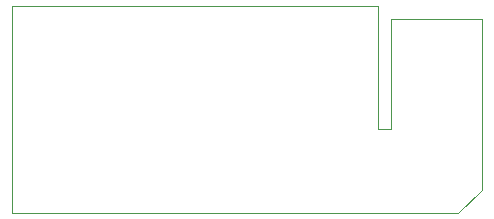
<source format=gbr>
G04 #@! TF.GenerationSoftware,KiCad,Pcbnew,(5.1.10-1-10_14)*
G04 #@! TF.CreationDate,2021-10-23T02:31:54-04:00*
G04 #@! TF.ProjectId,8DIN2VGA,3844494e-3256-4474-912e-6b696361645f,1*
G04 #@! TF.SameCoordinates,Original*
G04 #@! TF.FileFunction,Profile,NP*
%FSLAX46Y46*%
G04 Gerber Fmt 4.6, Leading zero omitted, Abs format (unit mm)*
G04 Created by KiCad (PCBNEW (5.1.10-1-10_14)) date 2021-10-23 02:31:54*
%MOMM*%
%LPD*%
G01*
G04 APERTURE LIST*
G04 #@! TA.AperFunction,Profile*
%ADD10C,0.100000*%
G04 #@! TD*
G04 APERTURE END LIST*
D10*
X158830000Y-112420000D02*
X156830000Y-114420000D01*
X158830000Y-98000000D02*
X158830000Y-112420000D01*
X151180000Y-98000000D02*
X158830000Y-98000000D01*
X151180000Y-107300000D02*
X151180000Y-98000000D01*
X150050000Y-107300000D02*
X151180000Y-107300000D01*
X150050000Y-96870000D02*
X150050000Y-107300000D01*
X156830000Y-114420000D02*
X119100000Y-114420000D01*
X119100000Y-96870000D02*
X119100000Y-114420000D01*
X150050000Y-96870000D02*
X119100000Y-96870000D01*
M02*

</source>
